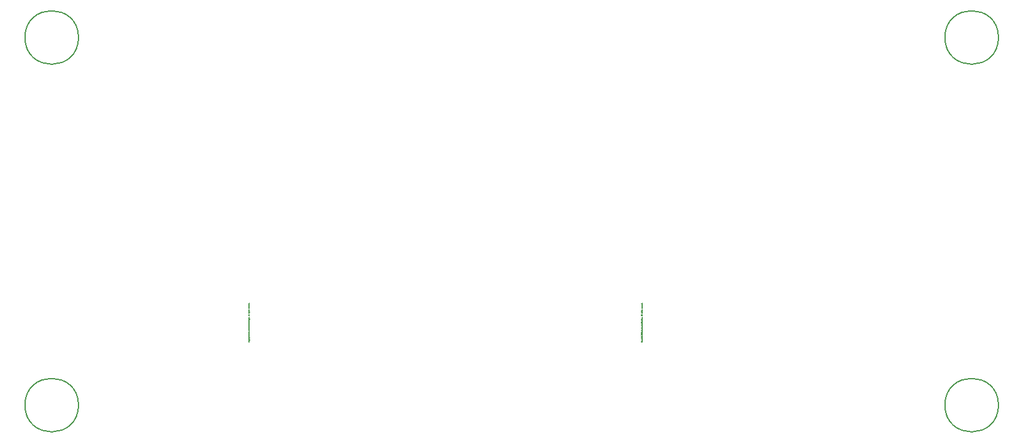
<source format=gbr>
%TF.GenerationSoftware,KiCad,Pcbnew,(6.0.9)*%
%TF.CreationDate,2023-01-07T17:50:51-05:00*%
%TF.ProjectId,PB_16,50425f31-362e-46b6-9963-61645f706362,v1.0h*%
%TF.SameCoordinates,Original*%
%TF.FileFunction,Other,Comment*%
%FSLAX46Y46*%
G04 Gerber Fmt 4.6, Leading zero omitted, Abs format (unit mm)*
G04 Created by KiCad (PCBNEW (6.0.9)) date 2023-01-07 17:50:51*
%MOMM*%
%LPD*%
G01*
G04 APERTURE LIST*
%ADD10C,0.002000*%
%ADD11C,0.150000*%
G04 APERTURE END LIST*
D10*
%TO.C,U4*%
X-38509243Y21269067D02*
X-38503196Y21263020D01*
X-38497148Y21244877D01*
X-38497148Y21232781D01*
X-38503196Y21214639D01*
X-38515291Y21202543D01*
X-38527386Y21196496D01*
X-38551577Y21190448D01*
X-38569720Y21190448D01*
X-38593910Y21196496D01*
X-38606005Y21202543D01*
X-38618100Y21214639D01*
X-38624148Y21232781D01*
X-38624148Y21244877D01*
X-38618100Y21263020D01*
X-38612053Y21269067D01*
X-38497148Y21341639D02*
X-38503196Y21329543D01*
X-38509243Y21323496D01*
X-38521339Y21317448D01*
X-38557624Y21317448D01*
X-38569720Y21323496D01*
X-38575767Y21329543D01*
X-38581815Y21341639D01*
X-38581815Y21359781D01*
X-38575767Y21371877D01*
X-38569720Y21377924D01*
X-38557624Y21383972D01*
X-38521339Y21383972D01*
X-38509243Y21377924D01*
X-38503196Y21371877D01*
X-38497148Y21359781D01*
X-38497148Y21341639D01*
X-38581815Y21438400D02*
X-38454815Y21438400D01*
X-38575767Y21438400D02*
X-38581815Y21450496D01*
X-38581815Y21474686D01*
X-38575767Y21486781D01*
X-38569720Y21492829D01*
X-38557624Y21498877D01*
X-38521339Y21498877D01*
X-38509243Y21492829D01*
X-38503196Y21486781D01*
X-38497148Y21474686D01*
X-38497148Y21450496D01*
X-38503196Y21438400D01*
X-38581815Y21541210D02*
X-38497148Y21571448D01*
X-38581815Y21601686D02*
X-38497148Y21571448D01*
X-38466910Y21559353D01*
X-38460862Y21553305D01*
X-38454815Y21541210D01*
X-38497148Y21650067D02*
X-38581815Y21650067D01*
X-38557624Y21650067D02*
X-38569720Y21656115D01*
X-38575767Y21662162D01*
X-38581815Y21674258D01*
X-38581815Y21686353D01*
X-38497148Y21728686D02*
X-38581815Y21728686D01*
X-38624148Y21728686D02*
X-38618100Y21722639D01*
X-38612053Y21728686D01*
X-38618100Y21734734D01*
X-38624148Y21728686D01*
X-38612053Y21728686D01*
X-38581815Y21843591D02*
X-38479005Y21843591D01*
X-38466910Y21837543D01*
X-38460862Y21831496D01*
X-38454815Y21819400D01*
X-38454815Y21801258D01*
X-38460862Y21789162D01*
X-38503196Y21843591D02*
X-38497148Y21831496D01*
X-38497148Y21807305D01*
X-38503196Y21795210D01*
X-38509243Y21789162D01*
X-38521339Y21783115D01*
X-38557624Y21783115D01*
X-38569720Y21789162D01*
X-38575767Y21795210D01*
X-38581815Y21807305D01*
X-38581815Y21831496D01*
X-38575767Y21843591D01*
X-38497148Y21904067D02*
X-38624148Y21904067D01*
X-38497148Y21958496D02*
X-38563672Y21958496D01*
X-38575767Y21952448D01*
X-38581815Y21940353D01*
X-38581815Y21922210D01*
X-38575767Y21910115D01*
X-38569720Y21904067D01*
X-38581815Y22000829D02*
X-38581815Y22049210D01*
X-38624148Y22018972D02*
X-38515291Y22018972D01*
X-38503196Y22025020D01*
X-38497148Y22037115D01*
X-38497148Y22049210D01*
X-38612053Y22182258D02*
X-38618100Y22188305D01*
X-38624148Y22200400D01*
X-38624148Y22230639D01*
X-38618100Y22242734D01*
X-38612053Y22248781D01*
X-38599958Y22254829D01*
X-38587862Y22254829D01*
X-38569720Y22248781D01*
X-38497148Y22176210D01*
X-38497148Y22254829D01*
X-38624148Y22333448D02*
X-38624148Y22345543D01*
X-38618100Y22357639D01*
X-38612053Y22363686D01*
X-38599958Y22369734D01*
X-38575767Y22375781D01*
X-38545529Y22375781D01*
X-38521339Y22369734D01*
X-38509243Y22363686D01*
X-38503196Y22357639D01*
X-38497148Y22345543D01*
X-38497148Y22333448D01*
X-38503196Y22321353D01*
X-38509243Y22315305D01*
X-38521339Y22309258D01*
X-38545529Y22303210D01*
X-38575767Y22303210D01*
X-38599958Y22309258D01*
X-38612053Y22315305D01*
X-38618100Y22321353D01*
X-38624148Y22333448D01*
X-38497148Y22496734D02*
X-38497148Y22424162D01*
X-38497148Y22460448D02*
X-38624148Y22460448D01*
X-38606005Y22448353D01*
X-38593910Y22436258D01*
X-38587862Y22424162D01*
X-38624148Y22605591D02*
X-38624148Y22581400D01*
X-38618100Y22569305D01*
X-38612053Y22563258D01*
X-38593910Y22551162D01*
X-38569720Y22545115D01*
X-38521339Y22545115D01*
X-38509243Y22551162D01*
X-38503196Y22557210D01*
X-38497148Y22569305D01*
X-38497148Y22593496D01*
X-38503196Y22605591D01*
X-38509243Y22611639D01*
X-38521339Y22617686D01*
X-38551577Y22617686D01*
X-38563672Y22611639D01*
X-38569720Y22605591D01*
X-38575767Y22593496D01*
X-38575767Y22569305D01*
X-38569720Y22557210D01*
X-38563672Y22551162D01*
X-38551577Y22545115D01*
X-38533434Y22762829D02*
X-38533434Y22823305D01*
X-38497148Y22750734D02*
X-38624148Y22793067D01*
X-38497148Y22835400D01*
X-38503196Y22932162D02*
X-38497148Y22920067D01*
X-38497148Y22895877D01*
X-38503196Y22883781D01*
X-38509243Y22877734D01*
X-38521339Y22871686D01*
X-38557624Y22871686D01*
X-38569720Y22877734D01*
X-38575767Y22883781D01*
X-38581815Y22895877D01*
X-38581815Y22920067D01*
X-38575767Y22932162D01*
X-38503196Y23041020D02*
X-38497148Y23028924D01*
X-38497148Y23004734D01*
X-38503196Y22992639D01*
X-38509243Y22986591D01*
X-38521339Y22980543D01*
X-38557624Y22980543D01*
X-38569720Y22986591D01*
X-38575767Y22992639D01*
X-38581815Y23004734D01*
X-38581815Y23028924D01*
X-38575767Y23041020D01*
X-38503196Y23143829D02*
X-38497148Y23131734D01*
X-38497148Y23107543D01*
X-38503196Y23095448D01*
X-38515291Y23089400D01*
X-38563672Y23089400D01*
X-38575767Y23095448D01*
X-38581815Y23107543D01*
X-38581815Y23131734D01*
X-38575767Y23143829D01*
X-38563672Y23149877D01*
X-38551577Y23149877D01*
X-38539481Y23089400D01*
X-38497148Y23222448D02*
X-38503196Y23210353D01*
X-38515291Y23204305D01*
X-38624148Y23204305D01*
X-38503196Y23319210D02*
X-38497148Y23307115D01*
X-38497148Y23282924D01*
X-38503196Y23270829D01*
X-38515291Y23264781D01*
X-38563672Y23264781D01*
X-38575767Y23270829D01*
X-38581815Y23282924D01*
X-38581815Y23307115D01*
X-38575767Y23319210D01*
X-38563672Y23325258D01*
X-38551577Y23325258D01*
X-38539481Y23264781D01*
X-38497148Y23379686D02*
X-38581815Y23379686D01*
X-38557624Y23379686D02*
X-38569720Y23385734D01*
X-38575767Y23391781D01*
X-38581815Y23403877D01*
X-38581815Y23415972D01*
X-38497148Y23512734D02*
X-38563672Y23512734D01*
X-38575767Y23506686D01*
X-38581815Y23494591D01*
X-38581815Y23470400D01*
X-38575767Y23458305D01*
X-38503196Y23512734D02*
X-38497148Y23500639D01*
X-38497148Y23470400D01*
X-38503196Y23458305D01*
X-38515291Y23452258D01*
X-38527386Y23452258D01*
X-38539481Y23458305D01*
X-38545529Y23470400D01*
X-38545529Y23500639D01*
X-38551577Y23512734D01*
X-38581815Y23555067D02*
X-38581815Y23603448D01*
X-38624148Y23573210D02*
X-38515291Y23573210D01*
X-38503196Y23579258D01*
X-38497148Y23591353D01*
X-38497148Y23603448D01*
X-38503196Y23694162D02*
X-38497148Y23682067D01*
X-38497148Y23657877D01*
X-38503196Y23645781D01*
X-38515291Y23639734D01*
X-38563672Y23639734D01*
X-38575767Y23645781D01*
X-38581815Y23657877D01*
X-38581815Y23682067D01*
X-38575767Y23694162D01*
X-38563672Y23700210D01*
X-38551577Y23700210D01*
X-38539481Y23639734D01*
X-38497148Y23809067D02*
X-38624148Y23809067D01*
X-38503196Y23809067D02*
X-38497148Y23796972D01*
X-38497148Y23772781D01*
X-38503196Y23760686D01*
X-38509243Y23754639D01*
X-38521339Y23748591D01*
X-38557624Y23748591D01*
X-38569720Y23754639D01*
X-38575767Y23760686D01*
X-38581815Y23772781D01*
X-38581815Y23796972D01*
X-38575767Y23809067D01*
X-38497148Y23966305D02*
X-38624148Y23966305D01*
X-38624148Y23996543D01*
X-38618100Y24014686D01*
X-38606005Y24026781D01*
X-38593910Y24032829D01*
X-38569720Y24038877D01*
X-38551577Y24038877D01*
X-38527386Y24032829D01*
X-38515291Y24026781D01*
X-38503196Y24014686D01*
X-38497148Y23996543D01*
X-38497148Y23966305D01*
X-38503196Y24141686D02*
X-38497148Y24129591D01*
X-38497148Y24105400D01*
X-38503196Y24093305D01*
X-38515291Y24087258D01*
X-38563672Y24087258D01*
X-38575767Y24093305D01*
X-38581815Y24105400D01*
X-38581815Y24129591D01*
X-38575767Y24141686D01*
X-38563672Y24147734D01*
X-38551577Y24147734D01*
X-38539481Y24087258D01*
X-38503196Y24196115D02*
X-38497148Y24208210D01*
X-38497148Y24232400D01*
X-38503196Y24244496D01*
X-38515291Y24250543D01*
X-38521339Y24250543D01*
X-38533434Y24244496D01*
X-38539481Y24232400D01*
X-38539481Y24214258D01*
X-38545529Y24202162D01*
X-38557624Y24196115D01*
X-38563672Y24196115D01*
X-38575767Y24202162D01*
X-38581815Y24214258D01*
X-38581815Y24232400D01*
X-38575767Y24244496D01*
X-38497148Y24304972D02*
X-38581815Y24304972D01*
X-38624148Y24304972D02*
X-38618100Y24298924D01*
X-38612053Y24304972D01*
X-38618100Y24311020D01*
X-38624148Y24304972D01*
X-38612053Y24304972D01*
X-38581815Y24419877D02*
X-38479005Y24419877D01*
X-38466910Y24413829D01*
X-38460862Y24407781D01*
X-38454815Y24395686D01*
X-38454815Y24377543D01*
X-38460862Y24365448D01*
X-38503196Y24419877D02*
X-38497148Y24407781D01*
X-38497148Y24383591D01*
X-38503196Y24371496D01*
X-38509243Y24365448D01*
X-38521339Y24359400D01*
X-38557624Y24359400D01*
X-38569720Y24365448D01*
X-38575767Y24371496D01*
X-38581815Y24383591D01*
X-38581815Y24407781D01*
X-38575767Y24419877D01*
X-38581815Y24480353D02*
X-38497148Y24480353D01*
X-38569720Y24480353D02*
X-38575767Y24486400D01*
X-38581815Y24498496D01*
X-38581815Y24516639D01*
X-38575767Y24528734D01*
X-38563672Y24534781D01*
X-38497148Y24534781D01*
X-38503196Y24589210D02*
X-38497148Y24601305D01*
X-38497148Y24625496D01*
X-38503196Y24637591D01*
X-38515291Y24643639D01*
X-38521339Y24643639D01*
X-38533434Y24637591D01*
X-38539481Y24625496D01*
X-38539481Y24607353D01*
X-38545529Y24595258D01*
X-38557624Y24589210D01*
X-38563672Y24589210D01*
X-38575767Y24595258D01*
X-38581815Y24607353D01*
X-38581815Y24625496D01*
X-38575767Y24637591D01*
X-38509243Y24698067D02*
X-38503196Y24704115D01*
X-38497148Y24698067D01*
X-38503196Y24692020D01*
X-38509243Y24698067D01*
X-38497148Y24698067D01*
X-38533434Y24849258D02*
X-38533434Y24909734D01*
X-38497148Y24837162D02*
X-38624148Y24879496D01*
X-38497148Y24921829D01*
X-38497148Y24982305D02*
X-38503196Y24970210D01*
X-38515291Y24964162D01*
X-38624148Y24964162D01*
X-38497148Y25048829D02*
X-38503196Y25036734D01*
X-38515291Y25030686D01*
X-38624148Y25030686D01*
X-38497148Y25193972D02*
X-38581815Y25193972D01*
X-38557624Y25193972D02*
X-38569720Y25200020D01*
X-38575767Y25206067D01*
X-38581815Y25218162D01*
X-38581815Y25230258D01*
X-38497148Y25272591D02*
X-38581815Y25272591D01*
X-38624148Y25272591D02*
X-38618100Y25266543D01*
X-38612053Y25272591D01*
X-38618100Y25278639D01*
X-38624148Y25272591D01*
X-38612053Y25272591D01*
X-38581815Y25387496D02*
X-38479005Y25387496D01*
X-38466910Y25381448D01*
X-38460862Y25375400D01*
X-38454815Y25363305D01*
X-38454815Y25345162D01*
X-38460862Y25333067D01*
X-38503196Y25387496D02*
X-38497148Y25375400D01*
X-38497148Y25351210D01*
X-38503196Y25339115D01*
X-38509243Y25333067D01*
X-38521339Y25327020D01*
X-38557624Y25327020D01*
X-38569720Y25333067D01*
X-38575767Y25339115D01*
X-38581815Y25351210D01*
X-38581815Y25375400D01*
X-38575767Y25387496D01*
X-38497148Y25447972D02*
X-38624148Y25447972D01*
X-38497148Y25502400D02*
X-38563672Y25502400D01*
X-38575767Y25496353D01*
X-38581815Y25484258D01*
X-38581815Y25466115D01*
X-38575767Y25454020D01*
X-38569720Y25447972D01*
X-38581815Y25544734D02*
X-38581815Y25593115D01*
X-38624148Y25562877D02*
X-38515291Y25562877D01*
X-38503196Y25568924D01*
X-38497148Y25581020D01*
X-38497148Y25593115D01*
X-38503196Y25629400D02*
X-38497148Y25641496D01*
X-38497148Y25665686D01*
X-38503196Y25677781D01*
X-38515291Y25683829D01*
X-38521339Y25683829D01*
X-38533434Y25677781D01*
X-38539481Y25665686D01*
X-38539481Y25647543D01*
X-38545529Y25635448D01*
X-38557624Y25629400D01*
X-38563672Y25629400D01*
X-38575767Y25635448D01*
X-38581815Y25647543D01*
X-38581815Y25665686D01*
X-38575767Y25677781D01*
X-38497148Y25835020D02*
X-38581815Y25835020D01*
X-38557624Y25835020D02*
X-38569720Y25841067D01*
X-38575767Y25847115D01*
X-38581815Y25859210D01*
X-38581815Y25871305D01*
X-38503196Y25962020D02*
X-38497148Y25949924D01*
X-38497148Y25925734D01*
X-38503196Y25913639D01*
X-38515291Y25907591D01*
X-38563672Y25907591D01*
X-38575767Y25913639D01*
X-38581815Y25925734D01*
X-38581815Y25949924D01*
X-38575767Y25962020D01*
X-38563672Y25968067D01*
X-38551577Y25968067D01*
X-38539481Y25907591D01*
X-38503196Y26016448D02*
X-38497148Y26028543D01*
X-38497148Y26052734D01*
X-38503196Y26064829D01*
X-38515291Y26070877D01*
X-38521339Y26070877D01*
X-38533434Y26064829D01*
X-38539481Y26052734D01*
X-38539481Y26034591D01*
X-38545529Y26022496D01*
X-38557624Y26016448D01*
X-38563672Y26016448D01*
X-38575767Y26022496D01*
X-38581815Y26034591D01*
X-38581815Y26052734D01*
X-38575767Y26064829D01*
X-38503196Y26173686D02*
X-38497148Y26161591D01*
X-38497148Y26137400D01*
X-38503196Y26125305D01*
X-38515291Y26119258D01*
X-38563672Y26119258D01*
X-38575767Y26125305D01*
X-38581815Y26137400D01*
X-38581815Y26161591D01*
X-38575767Y26173686D01*
X-38563672Y26179734D01*
X-38551577Y26179734D01*
X-38539481Y26119258D01*
X-38497148Y26234162D02*
X-38581815Y26234162D01*
X-38557624Y26234162D02*
X-38569720Y26240210D01*
X-38575767Y26246258D01*
X-38581815Y26258353D01*
X-38581815Y26270448D01*
X-38581815Y26300686D02*
X-38497148Y26330924D01*
X-38581815Y26361162D01*
X-38503196Y26457924D02*
X-38497148Y26445829D01*
X-38497148Y26421639D01*
X-38503196Y26409543D01*
X-38515291Y26403496D01*
X-38563672Y26403496D01*
X-38575767Y26409543D01*
X-38581815Y26421639D01*
X-38581815Y26445829D01*
X-38575767Y26457924D01*
X-38563672Y26463972D01*
X-38551577Y26463972D01*
X-38539481Y26403496D01*
X-38497148Y26572829D02*
X-38624148Y26572829D01*
X-38503196Y26572829D02*
X-38497148Y26560734D01*
X-38497148Y26536543D01*
X-38503196Y26524448D01*
X-38509243Y26518400D01*
X-38521339Y26512353D01*
X-38557624Y26512353D01*
X-38569720Y26518400D01*
X-38575767Y26524448D01*
X-38581815Y26536543D01*
X-38581815Y26560734D01*
X-38575767Y26572829D01*
X-38509243Y26633305D02*
X-38503196Y26639353D01*
X-38497148Y26633305D01*
X-38503196Y26627258D01*
X-38509243Y26633305D01*
X-38497148Y26633305D01*
%TO.C,U3*%
X-92759243Y21269067D02*
X-92753196Y21263020D01*
X-92747148Y21244877D01*
X-92747148Y21232781D01*
X-92753196Y21214639D01*
X-92765291Y21202543D01*
X-92777386Y21196496D01*
X-92801577Y21190448D01*
X-92819720Y21190448D01*
X-92843910Y21196496D01*
X-92856005Y21202543D01*
X-92868100Y21214639D01*
X-92874148Y21232781D01*
X-92874148Y21244877D01*
X-92868100Y21263020D01*
X-92862053Y21269067D01*
X-92747148Y21341639D02*
X-92753196Y21329543D01*
X-92759243Y21323496D01*
X-92771339Y21317448D01*
X-92807624Y21317448D01*
X-92819720Y21323496D01*
X-92825767Y21329543D01*
X-92831815Y21341639D01*
X-92831815Y21359781D01*
X-92825767Y21371877D01*
X-92819720Y21377924D01*
X-92807624Y21383972D01*
X-92771339Y21383972D01*
X-92759243Y21377924D01*
X-92753196Y21371877D01*
X-92747148Y21359781D01*
X-92747148Y21341639D01*
X-92831815Y21438400D02*
X-92704815Y21438400D01*
X-92825767Y21438400D02*
X-92831815Y21450496D01*
X-92831815Y21474686D01*
X-92825767Y21486781D01*
X-92819720Y21492829D01*
X-92807624Y21498877D01*
X-92771339Y21498877D01*
X-92759243Y21492829D01*
X-92753196Y21486781D01*
X-92747148Y21474686D01*
X-92747148Y21450496D01*
X-92753196Y21438400D01*
X-92831815Y21541210D02*
X-92747148Y21571448D01*
X-92831815Y21601686D02*
X-92747148Y21571448D01*
X-92716910Y21559353D01*
X-92710862Y21553305D01*
X-92704815Y21541210D01*
X-92747148Y21650067D02*
X-92831815Y21650067D01*
X-92807624Y21650067D02*
X-92819720Y21656115D01*
X-92825767Y21662162D01*
X-92831815Y21674258D01*
X-92831815Y21686353D01*
X-92747148Y21728686D02*
X-92831815Y21728686D01*
X-92874148Y21728686D02*
X-92868100Y21722639D01*
X-92862053Y21728686D01*
X-92868100Y21734734D01*
X-92874148Y21728686D01*
X-92862053Y21728686D01*
X-92831815Y21843591D02*
X-92729005Y21843591D01*
X-92716910Y21837543D01*
X-92710862Y21831496D01*
X-92704815Y21819400D01*
X-92704815Y21801258D01*
X-92710862Y21789162D01*
X-92753196Y21843591D02*
X-92747148Y21831496D01*
X-92747148Y21807305D01*
X-92753196Y21795210D01*
X-92759243Y21789162D01*
X-92771339Y21783115D01*
X-92807624Y21783115D01*
X-92819720Y21789162D01*
X-92825767Y21795210D01*
X-92831815Y21807305D01*
X-92831815Y21831496D01*
X-92825767Y21843591D01*
X-92747148Y21904067D02*
X-92874148Y21904067D01*
X-92747148Y21958496D02*
X-92813672Y21958496D01*
X-92825767Y21952448D01*
X-92831815Y21940353D01*
X-92831815Y21922210D01*
X-92825767Y21910115D01*
X-92819720Y21904067D01*
X-92831815Y22000829D02*
X-92831815Y22049210D01*
X-92874148Y22018972D02*
X-92765291Y22018972D01*
X-92753196Y22025020D01*
X-92747148Y22037115D01*
X-92747148Y22049210D01*
X-92862053Y22182258D02*
X-92868100Y22188305D01*
X-92874148Y22200400D01*
X-92874148Y22230639D01*
X-92868100Y22242734D01*
X-92862053Y22248781D01*
X-92849958Y22254829D01*
X-92837862Y22254829D01*
X-92819720Y22248781D01*
X-92747148Y22176210D01*
X-92747148Y22254829D01*
X-92874148Y22333448D02*
X-92874148Y22345543D01*
X-92868100Y22357639D01*
X-92862053Y22363686D01*
X-92849958Y22369734D01*
X-92825767Y22375781D01*
X-92795529Y22375781D01*
X-92771339Y22369734D01*
X-92759243Y22363686D01*
X-92753196Y22357639D01*
X-92747148Y22345543D01*
X-92747148Y22333448D01*
X-92753196Y22321353D01*
X-92759243Y22315305D01*
X-92771339Y22309258D01*
X-92795529Y22303210D01*
X-92825767Y22303210D01*
X-92849958Y22309258D01*
X-92862053Y22315305D01*
X-92868100Y22321353D01*
X-92874148Y22333448D01*
X-92747148Y22496734D02*
X-92747148Y22424162D01*
X-92747148Y22460448D02*
X-92874148Y22460448D01*
X-92856005Y22448353D01*
X-92843910Y22436258D01*
X-92837862Y22424162D01*
X-92874148Y22605591D02*
X-92874148Y22581400D01*
X-92868100Y22569305D01*
X-92862053Y22563258D01*
X-92843910Y22551162D01*
X-92819720Y22545115D01*
X-92771339Y22545115D01*
X-92759243Y22551162D01*
X-92753196Y22557210D01*
X-92747148Y22569305D01*
X-92747148Y22593496D01*
X-92753196Y22605591D01*
X-92759243Y22611639D01*
X-92771339Y22617686D01*
X-92801577Y22617686D01*
X-92813672Y22611639D01*
X-92819720Y22605591D01*
X-92825767Y22593496D01*
X-92825767Y22569305D01*
X-92819720Y22557210D01*
X-92813672Y22551162D01*
X-92801577Y22545115D01*
X-92783434Y22762829D02*
X-92783434Y22823305D01*
X-92747148Y22750734D02*
X-92874148Y22793067D01*
X-92747148Y22835400D01*
X-92753196Y22932162D02*
X-92747148Y22920067D01*
X-92747148Y22895877D01*
X-92753196Y22883781D01*
X-92759243Y22877734D01*
X-92771339Y22871686D01*
X-92807624Y22871686D01*
X-92819720Y22877734D01*
X-92825767Y22883781D01*
X-92831815Y22895877D01*
X-92831815Y22920067D01*
X-92825767Y22932162D01*
X-92753196Y23041020D02*
X-92747148Y23028924D01*
X-92747148Y23004734D01*
X-92753196Y22992639D01*
X-92759243Y22986591D01*
X-92771339Y22980543D01*
X-92807624Y22980543D01*
X-92819720Y22986591D01*
X-92825767Y22992639D01*
X-92831815Y23004734D01*
X-92831815Y23028924D01*
X-92825767Y23041020D01*
X-92753196Y23143829D02*
X-92747148Y23131734D01*
X-92747148Y23107543D01*
X-92753196Y23095448D01*
X-92765291Y23089400D01*
X-92813672Y23089400D01*
X-92825767Y23095448D01*
X-92831815Y23107543D01*
X-92831815Y23131734D01*
X-92825767Y23143829D01*
X-92813672Y23149877D01*
X-92801577Y23149877D01*
X-92789481Y23089400D01*
X-92747148Y23222448D02*
X-92753196Y23210353D01*
X-92765291Y23204305D01*
X-92874148Y23204305D01*
X-92753196Y23319210D02*
X-92747148Y23307115D01*
X-92747148Y23282924D01*
X-92753196Y23270829D01*
X-92765291Y23264781D01*
X-92813672Y23264781D01*
X-92825767Y23270829D01*
X-92831815Y23282924D01*
X-92831815Y23307115D01*
X-92825767Y23319210D01*
X-92813672Y23325258D01*
X-92801577Y23325258D01*
X-92789481Y23264781D01*
X-92747148Y23379686D02*
X-92831815Y23379686D01*
X-92807624Y23379686D02*
X-92819720Y23385734D01*
X-92825767Y23391781D01*
X-92831815Y23403877D01*
X-92831815Y23415972D01*
X-92747148Y23512734D02*
X-92813672Y23512734D01*
X-92825767Y23506686D01*
X-92831815Y23494591D01*
X-92831815Y23470400D01*
X-92825767Y23458305D01*
X-92753196Y23512734D02*
X-92747148Y23500639D01*
X-92747148Y23470400D01*
X-92753196Y23458305D01*
X-92765291Y23452258D01*
X-92777386Y23452258D01*
X-92789481Y23458305D01*
X-92795529Y23470400D01*
X-92795529Y23500639D01*
X-92801577Y23512734D01*
X-92831815Y23555067D02*
X-92831815Y23603448D01*
X-92874148Y23573210D02*
X-92765291Y23573210D01*
X-92753196Y23579258D01*
X-92747148Y23591353D01*
X-92747148Y23603448D01*
X-92753196Y23694162D02*
X-92747148Y23682067D01*
X-92747148Y23657877D01*
X-92753196Y23645781D01*
X-92765291Y23639734D01*
X-92813672Y23639734D01*
X-92825767Y23645781D01*
X-92831815Y23657877D01*
X-92831815Y23682067D01*
X-92825767Y23694162D01*
X-92813672Y23700210D01*
X-92801577Y23700210D01*
X-92789481Y23639734D01*
X-92747148Y23809067D02*
X-92874148Y23809067D01*
X-92753196Y23809067D02*
X-92747148Y23796972D01*
X-92747148Y23772781D01*
X-92753196Y23760686D01*
X-92759243Y23754639D01*
X-92771339Y23748591D01*
X-92807624Y23748591D01*
X-92819720Y23754639D01*
X-92825767Y23760686D01*
X-92831815Y23772781D01*
X-92831815Y23796972D01*
X-92825767Y23809067D01*
X-92747148Y23966305D02*
X-92874148Y23966305D01*
X-92874148Y23996543D01*
X-92868100Y24014686D01*
X-92856005Y24026781D01*
X-92843910Y24032829D01*
X-92819720Y24038877D01*
X-92801577Y24038877D01*
X-92777386Y24032829D01*
X-92765291Y24026781D01*
X-92753196Y24014686D01*
X-92747148Y23996543D01*
X-92747148Y23966305D01*
X-92753196Y24141686D02*
X-92747148Y24129591D01*
X-92747148Y24105400D01*
X-92753196Y24093305D01*
X-92765291Y24087258D01*
X-92813672Y24087258D01*
X-92825767Y24093305D01*
X-92831815Y24105400D01*
X-92831815Y24129591D01*
X-92825767Y24141686D01*
X-92813672Y24147734D01*
X-92801577Y24147734D01*
X-92789481Y24087258D01*
X-92753196Y24196115D02*
X-92747148Y24208210D01*
X-92747148Y24232400D01*
X-92753196Y24244496D01*
X-92765291Y24250543D01*
X-92771339Y24250543D01*
X-92783434Y24244496D01*
X-92789481Y24232400D01*
X-92789481Y24214258D01*
X-92795529Y24202162D01*
X-92807624Y24196115D01*
X-92813672Y24196115D01*
X-92825767Y24202162D01*
X-92831815Y24214258D01*
X-92831815Y24232400D01*
X-92825767Y24244496D01*
X-92747148Y24304972D02*
X-92831815Y24304972D01*
X-92874148Y24304972D02*
X-92868100Y24298924D01*
X-92862053Y24304972D01*
X-92868100Y24311020D01*
X-92874148Y24304972D01*
X-92862053Y24304972D01*
X-92831815Y24419877D02*
X-92729005Y24419877D01*
X-92716910Y24413829D01*
X-92710862Y24407781D01*
X-92704815Y24395686D01*
X-92704815Y24377543D01*
X-92710862Y24365448D01*
X-92753196Y24419877D02*
X-92747148Y24407781D01*
X-92747148Y24383591D01*
X-92753196Y24371496D01*
X-92759243Y24365448D01*
X-92771339Y24359400D01*
X-92807624Y24359400D01*
X-92819720Y24365448D01*
X-92825767Y24371496D01*
X-92831815Y24383591D01*
X-92831815Y24407781D01*
X-92825767Y24419877D01*
X-92831815Y24480353D02*
X-92747148Y24480353D01*
X-92819720Y24480353D02*
X-92825767Y24486400D01*
X-92831815Y24498496D01*
X-92831815Y24516639D01*
X-92825767Y24528734D01*
X-92813672Y24534781D01*
X-92747148Y24534781D01*
X-92753196Y24589210D02*
X-92747148Y24601305D01*
X-92747148Y24625496D01*
X-92753196Y24637591D01*
X-92765291Y24643639D01*
X-92771339Y24643639D01*
X-92783434Y24637591D01*
X-92789481Y24625496D01*
X-92789481Y24607353D01*
X-92795529Y24595258D01*
X-92807624Y24589210D01*
X-92813672Y24589210D01*
X-92825767Y24595258D01*
X-92831815Y24607353D01*
X-92831815Y24625496D01*
X-92825767Y24637591D01*
X-92759243Y24698067D02*
X-92753196Y24704115D01*
X-92747148Y24698067D01*
X-92753196Y24692020D01*
X-92759243Y24698067D01*
X-92747148Y24698067D01*
X-92783434Y24849258D02*
X-92783434Y24909734D01*
X-92747148Y24837162D02*
X-92874148Y24879496D01*
X-92747148Y24921829D01*
X-92747148Y24982305D02*
X-92753196Y24970210D01*
X-92765291Y24964162D01*
X-92874148Y24964162D01*
X-92747148Y25048829D02*
X-92753196Y25036734D01*
X-92765291Y25030686D01*
X-92874148Y25030686D01*
X-92747148Y25193972D02*
X-92831815Y25193972D01*
X-92807624Y25193972D02*
X-92819720Y25200020D01*
X-92825767Y25206067D01*
X-92831815Y25218162D01*
X-92831815Y25230258D01*
X-92747148Y25272591D02*
X-92831815Y25272591D01*
X-92874148Y25272591D02*
X-92868100Y25266543D01*
X-92862053Y25272591D01*
X-92868100Y25278639D01*
X-92874148Y25272591D01*
X-92862053Y25272591D01*
X-92831815Y25387496D02*
X-92729005Y25387496D01*
X-92716910Y25381448D01*
X-92710862Y25375400D01*
X-92704815Y25363305D01*
X-92704815Y25345162D01*
X-92710862Y25333067D01*
X-92753196Y25387496D02*
X-92747148Y25375400D01*
X-92747148Y25351210D01*
X-92753196Y25339115D01*
X-92759243Y25333067D01*
X-92771339Y25327020D01*
X-92807624Y25327020D01*
X-92819720Y25333067D01*
X-92825767Y25339115D01*
X-92831815Y25351210D01*
X-92831815Y25375400D01*
X-92825767Y25387496D01*
X-92747148Y25447972D02*
X-92874148Y25447972D01*
X-92747148Y25502400D02*
X-92813672Y25502400D01*
X-92825767Y25496353D01*
X-92831815Y25484258D01*
X-92831815Y25466115D01*
X-92825767Y25454020D01*
X-92819720Y25447972D01*
X-92831815Y25544734D02*
X-92831815Y25593115D01*
X-92874148Y25562877D02*
X-92765291Y25562877D01*
X-92753196Y25568924D01*
X-92747148Y25581020D01*
X-92747148Y25593115D01*
X-92753196Y25629400D02*
X-92747148Y25641496D01*
X-92747148Y25665686D01*
X-92753196Y25677781D01*
X-92765291Y25683829D01*
X-92771339Y25683829D01*
X-92783434Y25677781D01*
X-92789481Y25665686D01*
X-92789481Y25647543D01*
X-92795529Y25635448D01*
X-92807624Y25629400D01*
X-92813672Y25629400D01*
X-92825767Y25635448D01*
X-92831815Y25647543D01*
X-92831815Y25665686D01*
X-92825767Y25677781D01*
X-92747148Y25835020D02*
X-92831815Y25835020D01*
X-92807624Y25835020D02*
X-92819720Y25841067D01*
X-92825767Y25847115D01*
X-92831815Y25859210D01*
X-92831815Y25871305D01*
X-92753196Y25962020D02*
X-92747148Y25949924D01*
X-92747148Y25925734D01*
X-92753196Y25913639D01*
X-92765291Y25907591D01*
X-92813672Y25907591D01*
X-92825767Y25913639D01*
X-92831815Y25925734D01*
X-92831815Y25949924D01*
X-92825767Y25962020D01*
X-92813672Y25968067D01*
X-92801577Y25968067D01*
X-92789481Y25907591D01*
X-92753196Y26016448D02*
X-92747148Y26028543D01*
X-92747148Y26052734D01*
X-92753196Y26064829D01*
X-92765291Y26070877D01*
X-92771339Y26070877D01*
X-92783434Y26064829D01*
X-92789481Y26052734D01*
X-92789481Y26034591D01*
X-92795529Y26022496D01*
X-92807624Y26016448D01*
X-92813672Y26016448D01*
X-92825767Y26022496D01*
X-92831815Y26034591D01*
X-92831815Y26052734D01*
X-92825767Y26064829D01*
X-92753196Y26173686D02*
X-92747148Y26161591D01*
X-92747148Y26137400D01*
X-92753196Y26125305D01*
X-92765291Y26119258D01*
X-92813672Y26119258D01*
X-92825767Y26125305D01*
X-92831815Y26137400D01*
X-92831815Y26161591D01*
X-92825767Y26173686D01*
X-92813672Y26179734D01*
X-92801577Y26179734D01*
X-92789481Y26119258D01*
X-92747148Y26234162D02*
X-92831815Y26234162D01*
X-92807624Y26234162D02*
X-92819720Y26240210D01*
X-92825767Y26246258D01*
X-92831815Y26258353D01*
X-92831815Y26270448D01*
X-92831815Y26300686D02*
X-92747148Y26330924D01*
X-92831815Y26361162D01*
X-92753196Y26457924D02*
X-92747148Y26445829D01*
X-92747148Y26421639D01*
X-92753196Y26409543D01*
X-92765291Y26403496D01*
X-92813672Y26403496D01*
X-92825767Y26409543D01*
X-92831815Y26421639D01*
X-92831815Y26445829D01*
X-92825767Y26457924D01*
X-92813672Y26463972D01*
X-92801577Y26463972D01*
X-92789481Y26403496D01*
X-92747148Y26572829D02*
X-92874148Y26572829D01*
X-92753196Y26572829D02*
X-92747148Y26560734D01*
X-92747148Y26536543D01*
X-92753196Y26524448D01*
X-92759243Y26518400D01*
X-92771339Y26512353D01*
X-92807624Y26512353D01*
X-92819720Y26518400D01*
X-92825767Y26524448D01*
X-92831815Y26536543D01*
X-92831815Y26560734D01*
X-92825767Y26572829D01*
X-92759243Y26633305D02*
X-92753196Y26639353D01*
X-92747148Y26633305D01*
X-92753196Y26627258D01*
X-92759243Y26633305D01*
X-92747148Y26633305D01*
D11*
%TO.C,REF\u002A\u002A*%
X10710400Y12484900D02*
G75*
G03*
X10710400Y12484900I-3700000J0D01*
G01*
X10710400Y63284900D02*
G75*
G03*
X10710400Y63284900I-3700000J0D01*
G01*
X-116289600Y12484900D02*
G75*
G03*
X-116289600Y12484900I-3700000J0D01*
G01*
X-116289600Y63284900D02*
G75*
G03*
X-116289600Y63284900I-3700000J0D01*
G01*
%TD*%
M02*

</source>
